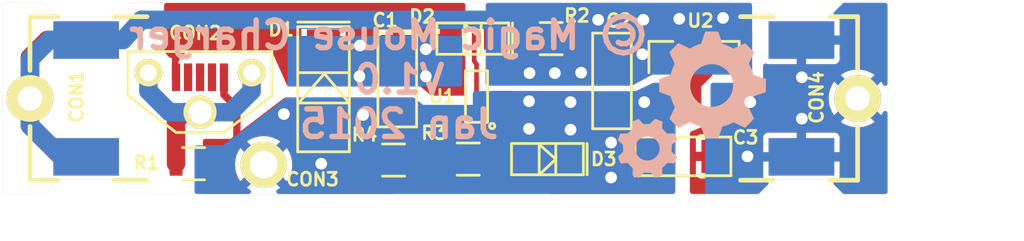
<source format=kicad_pcb>
(kicad_pcb (version 20221018) (generator pcbnew)
  (title_block (title "Magic mouse charger board") (date "Feb. 1st., 2015") (rev "0.1") (company "NIghtmechanic") (comment 1 "All rights reserved"))
  (layers (0 "F.Cu" signal) (31 "B.Cu" signal) (34 "B.Paste" user) (35 "F.Paste" user) (36 "B.SilkS" user "B.Silkscreen") (37 "F.SilkS" user "F.Silkscreen") (38 "B.Mask" user) (39 "F.Mask" user) (44 "Edge.Cuts" user))
  (net 0 "")
  (net 1 "GND")
  (net 2 "Net-(CON2-Pad3)")
  (net 3 "Net-(CON2-Pad4)")
  (net 4 "Net-(CON2-Pad2)")
  (net 5 "Net-(CON2-PadS_1)")
  (net 6 "Net-(D2-Pad2)")
  (net 7 "Net-(D3-Pad1)")
  (net 8 "Net-(R2-Pad2)")
  (net 9 "Net-(R4-Pad1)")
  (net 10 "/V_bus")
  (net 11 "/V_batt")
  (net 12 "/V_3V0")
  (footprint "Nightmechanic_PCB:mm_3216" (layer "F.Cu") (at 118.4 98.95 -90)
    (fp_text reference "C1" (at -3.2 0.65) (layer "F.SilkS") (effects (font (size 0.7 0.7))))
    (fp_text value "10uF 35V" hide)
    (fp_line (start -2.6 -1.05) (end -2.6 1.05) (stroke (width 0.15)) (layer "F.SilkS"))
    (fp_line (start -2.6 1.05) (end 2.6 1.05) (stroke (width 0.15)) (layer "F.SilkS"))
    (fp_line (start 2.6 -1.05) (end -2.6 -1.05) (stroke (width 0.15)) (layer "F.SilkS"))
    (fp_line (start 2.6 1.05) (end 2.6 -1.05) (stroke (width 0.15)) (layer "F.SilkS"))
    (pad "1" smd rect (at -1.7 0 270) (size 1.4 1.8) (layers "F.Cu" "F.Paste" "F.Mask") (net 10 "/V_bus"))
    (pad "2" smd rect (at 1.7 0 270) (size 1.4 1.8) (layers "F.Cu" "F.Paste" "F.Mask") (net 1 "GND"))
  )
  (footprint "Nightmechanic_PCB:mm_3216" (layer "F.Cu") (at 130.05 99.05 -90)
    (fp_text reference "C2" (at -3.275 -0.375) (layer "F.SilkS") (effects (font (size 0.7 0.7))))
    (fp_text value "10uF 35V" hide)
    (fp_line (start -2.6 -1.05) (end -2.6 1.05) (stroke (width 0.15)) (layer "F.SilkS"))
    (fp_line (start -2.6 1.05) (end 2.6 1.05) (stroke (width 0.15)) (layer "F.SilkS"))
    (fp_line (start 2.6 -1.05) (end -2.6 -1.05) (stroke (width 0.15)) (layer "F.SilkS"))
    (fp_line (start 2.6 1.05) (end 2.6 -1.05) (stroke (width 0.15)) (layer "F.SilkS"))
    (pad "1" smd rect (at -1.7 0 270) (size 1.4 1.8) (layers "F.Cu" "F.Paste" "F.Mask") (net 11 "/V_batt"))
    (pad "2" smd rect (at 1.7 0 270) (size 1.4 1.8) (layers "F.Cu" "F.Paste" "F.Mask") (net 1 "GND"))
  )
  (footprint "Nightmechanic_PCB:mm_3216" (layer "F.Cu") (at 133.9 103.15 180)
    (fp_text reference "C3" (at -3.4 1.025 180) (layer "F.SilkS") (effects (font (size 0.7 0.7))))
    (fp_text value "10uF 35V" hide)
    (fp_line (start -2.6 -1.05) (end -2.6 1.05) (stroke (width 0.15)) (layer "F.SilkS"))
    (fp_line (start -2.6 1.05) (end 2.6 1.05) (stroke (width 0.15)) (layer "F.SilkS"))
    (fp_line (start 2.6 -1.05) (end -2.6 -1.05) (stroke (width 0.15)) (layer "F.SilkS"))
    (fp_line (start 2.6 1.05) (end 2.6 -1.05) (stroke (width 0.15)) (layer "F.SilkS"))
    (pad "1" smd rect (at -1.7 0 180) (size 1.4 1.8) (layers "F.Cu" "F.Paste" "F.Mask") (net 12 "/V_3V0"))
    (pad "2" smd rect (at 1.7 0 180) (size 1.4 1.8) (layers "F.Cu" "F.Paste" "F.Mask") (net 1 "GND"))
  )
  (footprint "Nightmechanic_PCB:Keystone_597_narrow" (layer "F.Cu") (at 100 100 180)
    (fp_text reference "CON1" (at -1 0.1 270) (layer "F.SilkS") (effects (font (size 0.7 0.7))))
    (fp_text value "AAA_Bat_PC_con" hide)
    (fp_line (start -4.826 -4.445) (end -3.048 -4.445) (stroke (width 0.254)) (layer "F.SilkS"))
    (fp_line (start -3.048 4.445) (end -4.826 4.445) (stroke (width 0.254)) (layer "F.SilkS"))
    (fp_line (start 0 -4.445) (end 1.524 -4.445) (stroke (width 0.254)) (layer "F.SilkS"))
    (fp_line (start 1.524 -4.445) (end 1.524 -1.524) (stroke (width 0.254)) (layer "F.SilkS"))
    (fp_line (start 1.524 1.524) (end 1.524 4.445) (stroke (width 0.254)) (layer "F.SilkS"))
    (fp_line (start 1.524 4.445) (end 0 4.445) (stroke (width 0.254)) (layer "F.SilkS"))
    (pad "1" smd rect (at -1.524 -3.175 180) (size 3.556 2.032) (layers "*.Cu" "*.Mask") (net 11 "/V_batt"))
    (pad "2" thru_hole circle (at 1.524 0 180) (size 2.54 2.54) (drill 1.3208) (layers "*.Cu" "*.Mask" "F.SilkS") (net 11 "/V_batt"))
    (pad "3" smd rect (at -1.524 3.175 180) (size 3.556 2.032) (layers "*.Cu" "*.Mask") (net 11 "/V_batt"))
  )
  (footprint "Nightmechanic_PCB:Molex_105122_0011_no_slots" (layer "F.Cu") (at 107.7 98.85)
    (fp_text reference "CON2" (at -0.25 -2.4) (layer "F.SilkS") (effects (font (size 0.7 0.7))))
    (fp_text value "Molex_105133-0011" hide)
    (fp_line (start -3.9 -1.4) (end 3.9 -1.4) (stroke (width 0.15)) (layer "F.SilkS"))
    (fp_line (start -3.9 1) (end -3.9 -1.4) (stroke (width 0.15)) (layer "F.SilkS"))
    (fp_line (start -1.3 3) (end -3.9 1) (stroke (width 0.15)) (layer "F.SilkS"))
    (fp_line (start 1.3 3) (end -1.3 3) (stroke (width 0.15)) (layer "F.SilkS"))
    (fp_line (start 3.9 -1.4) (end 3.9 1) (stroke (width 0.15)) (layer "F.SilkS"))
    (fp_line (start 3.9 1) (end 1.3 3) (stroke (width 0.15)) (layer "F.SilkS"))
    (pad "1" smd rect (at -1.3 0) (size 0.45 1.5) (layers "F.Cu" "F.Paste" "F.Mask") (net 10 "/V_bus"))
    (pad "2" smd rect (at -0.65 0) (size 0.45 1.5) (layers "F.Cu" "F.Paste" "F.Mask") (net 4 "Net-(CON2-Pad2)"))
    (pad "3" smd rect (at 0 0) (size 0.45 1.5) (layers "F.Cu" "F.Paste" "F.Mask") (net 2 "Net-(CON2-Pad3)"))
    (pad "4" smd rect (at 0.65 0) (size 0.45 1.5) (layers "F.Cu" "F.Paste" "F.Mask") (net 3 "Net-(CON2-Pad4)"))
    (pad "5" smd rect (at 1.3 0) (size 0.45 1.5) (layers "F.Cu" "F.Paste" "F.Mask") (net 1 "GND"))
    (pad "S_1" thru_hole circle (at -2.8 -0.25) (size 1.5 1.5) (drill 0.9) (layers "*.Cu" "*.Mask" "F.SilkS") (net 5 "Net-(CON2-PadS_1)"))
    (pad "S_2" thru_hole circle (at 2.8 -0.25) (size 1.5 1.5) (drill 0.9) (layers "*.Cu" "*.Mask" "F.SilkS") (net 5 "Net-(CON2-PadS_1)"))
    (pad "S_3" thru_hole circle (at 0 1.9) (size 1.8 1.8) (drill 1.25) (layers "*.Cu" "*.Mask" "F.SilkS") (net 5 "Net-(CON2-PadS_1)"))
  )
  (footprint "Nightmechanic_PCB:1.5mm_PTH" (layer "F.Cu") (at 111.15 103.6)
    (fp_text reference "CON3" (at 2.65 0.8) (layer "F.SilkS") (effects (font (size 0.7 0.7))))
    (fp_text value "1.5mm_PTH" hide)
    (pad "1" thru_hole circle (at 0 0) (size 2.5 2.5) (drill 1.5) (layers "*.Cu" "*.Mask" "F.SilkS") (net 1 "GND"))
  )
  (footprint "Nightmechanic_PCB:Keystone_597_narrow" (layer "F.Cu") (at 141.85 100)
    (fp_text reference "CON4" (at -0.7 -0.05 90) (layer "F.SilkS") (effects (font (size 0.7 0.7))))
    (fp_text value "AAA_Bat_PC_con" hide)
    (fp_line (start -4.826 -4.445) (end -3.048 -4.445) (stroke (width 0.254)) (layer "F.SilkS"))
    (fp_line (start -3.048 4.445) (end -4.826 4.445) (stroke (width 0.254)) (layer "F.SilkS"))
    (fp_line (start 0 -4.445) (end 1.524 -4.445) (stroke (width 0.254)) (layer "F.SilkS"))
    (fp_line (start 1.524 -4.445) (end 1.524 -1.524) (stroke (width 0.254)) (layer "F.SilkS"))
    (fp_line (start 1.524 1.524) (end 1.524 4.445) (stroke (width 0.254)) (layer "F.SilkS"))
    (fp_line (start 1.524 4.445) (end 0 4.445) (stroke (width 0.254)) (layer "F.SilkS"))
    (pad "1" smd rect (at -1.524 -3.175) (size 3.556 2.032) (layers "*.Cu" "*.Mask") (net 12 "/V_3V0"))
    (pad "2" thru_hole circle (at 1.524 0) (size 2.54 2.54) (drill 1.3208) (layers "*.Cu" "*.Mask" "F.SilkS") (net 12 "/V_3V0"))
    (pad "3" smd rect (at -1.524 3.175) (size 3.556 2.032) (layers "*.Cu" "*.Mask") (net 12 "/V_3V0"))
  )
  (footprint "Nightmechanic_PCB:DO-214AC" (layer "F.Cu") (at 114.4 99.5 -90)
    (fp_text reference "D1" (at -3.25 2.3) (layer "F.SilkS") (effects (font (size 0.7 0.7))))
    (fp_text value "P4SMA6.8A (TVS UNI)" hide)
    (fp_line (start -3.65 -1.4) (end -3.65 1.4) (stroke (width 0.15)) (layer "F.SilkS"))
    (fp_line (start -3.4 -1.4) (end -3.4 1.4) (stroke (width 0.15)) (layer "F.SilkS"))
    (fp_line (start -3.4 1.4) (end 3.4 1.4) (stroke (width 0.15)) (layer "F.SilkS"))
    (fp_line (start -0.9 -1.4) (end -0.9 1.4) (stroke (width 0.15)) (layer "F.SilkS"))
    (fp_line (start -0.9 0) (end 0.75 -1.4) (stroke (width 0.15)) (layer "F.SilkS"))
    (fp_line (start 0.75 -1.4) (end 0.75 1.35) (stroke (width 0.15)) (layer "F.SilkS"))
    (fp_line (start 0.75 1.35) (end -0.85 -0.05) (stroke (width 0.15)) (layer "F.SilkS"))
    (fp_line (start 3.4 -1.4) (end -3.4 -1.4) (stroke (width 0.15)) (layer "F.SilkS"))
    (fp_line (start 3.4 1.4) (end 3.4 -1.4) (stroke (width 0.15)) (layer "F.SilkS"))
    (pad "1" smd rect (at 2.2 0 270) (size 2.1 1.8) (layers "F.Cu" "F.Paste" "F.Mask") (net 1 "GND"))
    (pad "2" smd rect (at -2.2 0 270) (size 2.1 1.8) (layers "F.Cu" "F.Paste" "F.Mask") (net 10 "/V_bus"))
  )
  (footprint "Nightmechanic_PCB:SMD_MiniLED" (layer "F.Cu") (at 122.5 96.75)
    (fp_text reference "D2" (at -2.75 -1.2) (layer "F.SilkS") (effects (font (size 0.7 0.7))))
    (fp_text value "Amber LED" hide)
    (fp_line (start -1.95 -0.85) (end -1.95 0.85) (stroke (width 0.15)) (layer "F.SilkS"))
    (fp_line (start -1.95 0.85) (end 1.95 0.85) (stroke (width 0.15)) (layer "F.SilkS"))
    (fp_line (start -0.45 -0.85) (end -0.45 0.85) (stroke (width 0.15)) (layer "F.SilkS"))
    (fp_line (start -0.45 0.85) (end 0.45 0) (stroke (width 0.15)) (layer "F.SilkS"))
    (fp_line (start 0.45 -0.85) (end 0.45 0.85) (stroke (width 0.15)) (layer "F.SilkS"))
    (fp_line (start 0.45 0) (end -0.45 -0.8) (stroke (width 0.15)) (layer "F.SilkS"))
    (fp_line (start 1.95 -0.85) (end -1.95 -0.85) (stroke (width 0.15)) (layer "F.SilkS"))
    (fp_line (start 1.95 0.85) (end 1.95 -0.85) (stroke (width 0.15)) (layer "F.SilkS"))
    (fp_line (start 2.15 -0.85) (end 2.15 0.85) (stroke (width 0.15)) (layer "F.SilkS"))
    (pad "1" smd rect (at -1.2 0) (size 1.2 1.2) (layers "F.Cu" "F.Paste" "F.Mask") (net 10 "/V_bus"))
    (pad "2" smd rect (at 1.2 0) (size 1.2 1.2) (layers "F.Cu" "F.Paste" "F.Mask") (net 6 "Net-(D2-Pad2)"))
  )
  (footprint "Nightmechanic_PCB:SMD_MiniLED" (layer "F.Cu") (at 126.55 103.3)
    (fp_text reference "D3" (at 3.05 0) (layer "F.SilkS") (effects (font (size 0.7 0.7))))
    (fp_text value "Green LED" hide)
    (fp_line (start -1.95 -0.85) (end -1.95 0.85) (stroke (width 0.15)) (layer "F.SilkS"))
    (fp_line (start -1.95 0.85) (end 1.95 0.85) (stroke (width 0.15)) (layer "F.SilkS"))
    (fp_line (start -0.45 -0.85) (end -0.45 0.85) (stroke (width 0.15)) (layer "F.SilkS"))
    (fp_line (start -0.45 0.85) (end 0.45 0) (stroke (width 0.15)) (layer "F.SilkS"))
    (fp_line (start 0.45 -0.85) (end 0.45 0.85) (stroke (width 0.15)) (layer "F.SilkS"))
    (fp_line (start 0.45 0) (end -0.45 -0.8) (stroke (width 0.15)) (layer "F.SilkS"))
    (fp_line (start 1.95 -0.85) (end -1.95 -0.85) (stroke (width 0.15)) (layer "F.SilkS"))
    (fp_line (start 1.95 0.85) (end 1.95 -0.85) (stroke (width 0.15)) (layer "F.SilkS"))
    (fp_line (start 2.15 -0.85) (end 2.15 0.85) (stroke (width 0.15)) (layer "F.SilkS"))
    (pad "1" smd rect (at -1.2 0) (size 1.2 1.2) (layers "F.Cu" "F.Paste" "F.Mask") (net 7 "Net-(D3-Pad1)"))
    (pad "2" smd rect (at 1.2 0) (size 1.2 1.2) (layers "F.Cu" "F.Paste" "F.Mask") (net 1 "GND"))
  )
  (footprint "Resistors_SMD:R_0805" (layer "F.Cu") (at 107.35 103.55 180)
    (fp_text reference "R1" (at 2.55 0.05 180) (layer "F.SilkS") (effects (font (size 0.7 0.7))))
    (fp_text value "ZEROHM" hide)
    (fp_line (start -0.6 -0.875) (end 0.6 -0.875) (stroke (width 0.15)) (layer "F.SilkS"))
    (fp_line (start 0.6 0.875) (end -0.6 0.875) (stroke (width 0.15)) (layer "F.SilkS"))
    (pad "1" smd rect (at -0.95 0 180) (size 0.7 1.3) (layers "F.Cu" "F.Paste" "F.Mask") (net 1 "GND"))
    (pad "2" smd rect (at 0.95 0 180) (size 0.7 1.3) (layers "F.Cu" "F.Paste" "F.Mask") (net 5 "Net-(CON2-PadS_1)"))
  )
  (footprint "Resistors_SMD:R_0805" (layer "F.Cu") (at 126.75 96.75)
    (fp_text reference "R2" (at 1.4 -1.25) (layer "F.SilkS") (effects (font (size 0.7 0.7))))
    (fp_text value "1.3k" hide)
    (fp_line (start -0.6 -0.875) (end 0.6 -0.875) (stroke (width 0.15)) (layer "F.SilkS"))
    (fp_line (start 0.6 0.875) (end -0.6 0.875) (stroke (width 0.15)) (layer "F.SilkS"))
    (pad "1" smd rect (at -0.95 0) (size 0.7 1.3) (layers "F.Cu" "F.Paste" "F.Mask") (net 6 "Net-(D2-Pad2)"))
    (pad "2" smd rect (at 0.95 0) (size 0.7 1.3) (layers "F.Cu" "F.Paste" "F.Mask") (net 8 "Net-(R2-Pad2)"))
  )
  (footprint "Resistors_SMD:R_0805" (layer "F.Cu") (at 122.25 103.3)
    (fp_text reference "R3" (at -1.85 -1.425) (layer "F.SilkS") (effects (font (size 0.7 0.7))))
    (fp_text value "1.3k" hide)
    (fp_line (start -0.6 -0.875) (end 0.6 -0.875) (stroke (width 0.15)) (layer "F.SilkS"))
    (fp_line (start 0.6 0.875) (end -0.6 0.875) (stroke (width 0.15)) (layer "F.SilkS"))
    (pad "1" smd rect (at -0.95 0) (size 0.7 1.3) (layers "F.Cu" "F.Paste" "F.Mask") (net 8 "Net-(R2-Pad2)"))
    (pad "2" smd rect (at 0.95 0) (size 0.7 1.3) (layers "F.Cu" "F.Paste" "F.Mask") (net 7 "Net-(D3-Pad1)"))
  )
  (footprint "Resistors_SMD:R_0805" (layer "F.Cu") (at 118.2 103.35 180)
    (fp_text reference "R4" (at 1.575 1.375 180) (layer "F.SilkS") (effects (font (size 0.7 0.7))))
    (fp_text value "4.99k" hide)
    (fp_line (start -0.6 -0.875) (end 0.6 -0.875) (stroke (width 0.15)) (layer "F.SilkS"))
    (fp_line (start 0.6 0.875) (end -0.6 0.875) (stroke (width 0.15)) (layer "F.SilkS"))
    (pad "1" smd rect (at -0.95 0 180) (size 0.7 1.3) (layers "F.Cu" "F.Paste" "F.Mask") (net 9 "Net-(R4-Pad1)"))
    (pad "2" smd rect (at 0.95 0 180) (size 0.7 1.3) (layers "F.Cu" "F.Paste" "F.Mask") (net 1 "GND"))
  )
  (footprint "MCP_SOT-23-5" (layer "F.Cu") (at 122.7 99.9 90)
    (fp_text reference "U1" (at 0 -1.85 180) (layer "F.SilkS") (effects (font (size 0.7 0.7))))
    (fp_text value "MCP73831-2ACI/OT" hide)
    (fp_line (start -1.4 -0.6) (end -1.4 0.6) (stroke (width 0.15)) (layer "F.SilkS"))
    (fp_line (start -1.4 0.6) (end 1.4 0.6) (stroke (width 0.15)) (layer "F.SilkS"))
    (fp_line (start 1.4 -0.6) (end -1.4 -0.6) (stroke (width 0.15)) (layer "F.SilkS"))
    (fp_line (start 1.4 0.6) (end 1.4 -0.6) (stroke (width 0.15)) (layer "F.SilkS"))
    (fp_circle (center -1.6 0.85) (end -1.5 0.75) (stroke (width 0.15)) (fill none) (layer "F.SilkS"))
    (pad "1" smd rect (at -0.95 1.4 90) (size 0.6 1.1) (layers "F.Cu" "F.Paste" "F.Mask") (net 8 "Net-(R2-Pad2)"))
    (pad "2" smd rect (at 0 1.4 90) (size 0.6 1.1) (layers "F.Cu" "F.Paste" "F.Mask") (net 1 "GND"))
    (pad "3" smd rect (at 0.95 1.4 90) (size 0.6 1.1) (layers "F.Cu" "F.Paste" "F.Mask") (net 11 "/V_batt"))
    (pad "4" smd rect (at 0.95 -1.4 90) (size 0.6 1.1) (layers "F.Cu" "F.Paste" "F.Mask") (net 10 "/V_bus"))
    (pad "5" smd rect (at -0.95 -1.4 90) (size 0.6 1.1) (layers "F.Cu" "F.Paste" "F.Mask") (net 9 "Net-(R4-Pad1)"))
  )
  (footprint "MCP_SOT-89" (layer "F.Cu") (at 134.5 98.2)
    (fp_text reference "U2" (at 0.35 -2.425) (layer "F.SilkS") (effects (font (size 0.7 0.7))))
    (fp_text value "MCP1700-3002E/MB" hide)
    (fp_line (start -2.45 -1.3) (end -2.45 0.4) (stroke (width 0.15)) (layer "F.SilkS"))
    (fp_line (start -1.15 -1.3) (end -2.45 -1.3) (stroke (width 0.15)) (layer "F.SilkS"))
    (fp_line (start 1.15 -1.3) (end 2.45 -1.3) (stroke (width 0.15)) (layer "F.SilkS"))
    (fp_line (start 2.45 -1.3) (end 2.45 0.4) (stroke (width 0.15)) (layer "F.SilkS"))
    (pad "1" smd rect (at -1.5 2) (size 0.6 1.7) (layers "F.Cu" "F.Paste" "F.Mask") (net 1 "GND"))
    (pad "2" smd rect (at 0 -0.6) (size 2 2.3) (layers "F.Cu" "F.Paste" "F.Mask") (net 11 "/V_batt"))
    (pad "2" smd trapezoid (at 0 0.85 180) (size 1.4 0.6) (rect_delta 0 0.6) (layers "F.Cu" "F.Paste" "F.Mask") (net 11 "/V_batt"))
    (pad "2" smd rect (at 0 2) (size 0.8 1.7) (layers "F.Cu" "F.Paste" "F.Mask") (net 11 "/V_batt"))
    (pad "3" smd rect (at 1.5 2) (size 0.6 1.7) (layers "F.Cu" "F.Paste" "F.Mask") (net 12 "/V_3V0"))
  )
  (footprint "Logos:Gears_F.SilkS_10mm_flipped" (layer "B.Cu") (at 134.4 100.35)
    (fp_text reference "VAL" hide)
    (fp_text value "REF" hide)
    (fp_poly (pts (xy -4.04114 1.91516) (xy -3.96494 1.73482) (xy -3.89128 1.55702) (xy -3.6957 1.5621) (xy -3.50012 1.56464) (xy -3.36804 1.43256) (xy -3.23596 1.29794) (xy -3.24104 1.13284) (xy -3.24358 1.0541) (xy -3.24612 0.98552) (xy -3.2512 0.94488) (xy -3.25374 0.93726) (xy -3.24866 0.92202) (xy -3.2258 0.90424) (xy -3.18262 0.87884) (xy -3.1115 0.84836) (xy -3.09372 0.84074) (xy -3.09372 2.34696) (xy -3.08102 2.4892) (xy -3.03784 2.6289) (xy -2.96164 2.75844) (xy -2.87782 2.85242) (xy -2.75844 2.94132) (xy -2.63652 2.9972) (xy -2.49936 3.0226) (xy -2.39268 3.0226) (xy -2.25298 3.00482) (xy -2.1336 2.96164) (xy -2.02692 2.89052) (xy -1.93548 2.80162) (xy -1.84404 2.67716) (xy -1.78816 2.54762) (xy -1.7653 2.413) (xy -1.77038 2.28092) (xy -1.80086 2.15392) (xy -1.85674 2.03708) (xy -1.93548 1.9304) (xy -2.032 1.83896) (xy -2.14376 1.76784) (xy -2.26822 1.72212) (xy -2.40284 1.7018) (xy -2.54508 1.7145) (xy -2.6924 1.76022) (xy -2.70764 1.7653) (xy -2.83972 1.84658) (xy -2.9464 1.95072) (xy -3.02514 2.07264) (xy -3.0734 2.20726) (xy -3.09372 2.34696) (xy -3.09372 0.84074) (xy -3.0099 0.80518) (xy -2.91846 0.76708) (xy -2.8956 0.77978) (xy -2.8575 0.8128) (xy -2.8067 0.86614) (xy -2.77622 0.90424) (xy -2.6543 1.04902) (xy -2.47904 1.04648) (xy -2.30632 1.04394) (xy -2.16408 0.90424) (xy -2.10058 0.84328) (xy -2.04978 0.79756) (xy -2.01422 0.76962) (xy -2.00152 0.76454) (xy -1.97612 0.77216) (xy -1.92278 0.78994) (xy -1.85166 0.81534) (xy -1.80086 0.83566) (xy -1.61798 0.90424) (xy -1.62306 1.09982) (xy -1.62814 1.29286) (xy -1.49352 1.43002) (xy -1.35636 1.56718) (xy -1.16078 1.55956) (xy -0.9652 1.55194) (xy -0.889 1.73482) (xy -0.81534 1.9177) (xy -0.9271 2.01676) (xy -0.98806 2.0701) (xy -1.03886 2.11582) (xy -1.07442 2.14376) (xy -1.07696 2.14376) (xy -1.09474 2.16154) (xy -1.1049 2.19202) (xy -1.10998 2.24028) (xy -1.11252 2.31394) (xy -1.11506 2.35966) (xy -1.11506 2.54762) (xy -0.96774 2.68478) (xy -0.81788 2.82194) (xy -0.89408 2.9972) (xy -0.97028 3.175) (xy -1.16078 3.16738) (xy -1.35128 3.1623) (xy -1.49098 3.302) (xy -1.63068 3.4417) (xy -1.63068 3.63982) (xy -1.63068 3.8354) (xy -1.80594 3.90398) (xy -1.97866 3.97256) (xy -2.1082 3.83286) (xy -2.23774 3.69316) (xy -2.42824 3.69062) (xy -2.61874 3.68554) (xy -2.74066 3.82524) (xy -2.79654 3.88366) (xy -2.8448 3.93192) (xy -2.88036 3.95986) (xy -2.89052 3.9624) (xy -2.921 3.95478) (xy -2.97688 3.937) (xy -3.048 3.90906) (xy -3.07594 3.89636) (xy -3.23342 3.83032) (xy -3.22834 3.63728) (xy -3.22326 3.4417) (xy -3.3655 3.302) (xy -3.5052 3.15976) (xy -3.69316 3.17246) (xy -3.88112 3.18516) (xy -3.95224 3.01752) (xy -3.98272 2.94132) (xy -4.00812 2.87782) (xy -4.02082 2.83464) (xy -4.02336 2.82448) (xy -4.01066 2.80416) (xy -3.97256 2.76098) (xy -3.91922 2.71018) (xy -3.8862 2.6797) (xy -3.74904 2.55524) (xy -3.74904 2.36728) (xy -3.74904 2.17678) (xy -3.89636 2.0447) (xy -4.04114 1.91516)) (stroke (width 0.00254)) (fill solid) (layer "B.SilkS"))
    (fp_poly (pts (xy -1.79832 -1.40208) (xy -1.4859 -1.51638) (xy -1.17094 -1.63068) (xy -1.143 -1.73736) (xy -1.12776 -1.78562) (xy -1.10998 -1.83896) (xy -1.08712 -1.90246) (xy -1.05664 -1.98374) (xy -1.01346 -2.08788) (xy -0.97028 -2.19202) (xy -0.9652 -2.21488) (xy -0.9652 -2.24028) (xy -0.97536 -2.27838) (xy -0.99314 -2.33172) (xy -1.0287 -2.40792) (xy -1.07696 -2.51206) (xy -1.08966 -2.54254) (xy -1.13792 -2.6416) (xy -1.17602 -2.7305) (xy -1.2065 -2.80162) (xy -1.22682 -2.84734) (xy -1.22936 -2.86258) (xy -1.21666 -2.88036) (xy -1.1811 -2.92354) (xy -1.12522 -2.98196) (xy -1.0541 -3.05562) (xy -0.9906 -3.11912) (xy -0.75184 -3.35534) (xy -0.44196 -3.20802) (xy -0.13208 -3.06324) (xy -0.10668 -3.07594) (xy -0.10668 -1.04394) (xy -0.09144 -0.86614) (xy -0.0381 -0.66294) (xy 0.04572 -0.48006) (xy 0.15494 -0.32004) (xy 0.28448 -0.18288) (xy 0.43434 -0.06858) (xy 0.5969 0.01524) (xy 0.77216 0.0762) (xy 0.95504 0.10668) (xy 1.14046 0.10922) (xy 1.32588 0.07874) (xy 1.50876 0.01778) (xy 1.68148 -0.0762) (xy 1.84658 -0.2032) (xy 1.87706 -0.23368) (xy 2.01168 -0.3937) (xy 2.11328 -0.56896) (xy 2.18186 -0.75184) (xy 2.21488 -0.94234) (xy 2.21996 -1.13284) (xy 2.19202 -1.3208) (xy 2.13106 -1.50114) (xy 2.04216 -1.67132) (xy 1.92532 -1.82626) (xy 1.778 -1.96342) (xy 1.60274 -2.07772) (xy 1.5494 -2.10566) (xy 1.35128 -2.17678) (xy 1.15062 -2.21234) (xy 0.94234 -2.20726) (xy 0.72898 -2.16408) (xy 0.70104 -2.15646) (xy 0.51562 -2.07772) (xy 0.34798 -1.9685) (xy 0.19812 -1.8288) (xy 0.07366 -1.66878) (xy -0.02032 -1.48844) (xy -0.04064 -1.43256) (xy -0.09144 -1.23698) (xy -0.10668 -1.04394) (xy -0.10668 -3.07594) (xy 0.04572 -3.15214) (xy 0.1397 -3.19532) (xy 0.23622 -3.2385) (xy 0.32258 -3.27152) (xy 0.35052 -3.28168) (xy 0.47752 -3.32232) (xy 0.59436 -3.65252) (xy 0.70866 -3.98526) (xy 1.05664 -3.98526) (xy 1.19126 -3.98272) (xy 1.29032 -3.98018) (xy 1.3589 -3.97764) (xy 1.39954 -3.97002) (xy 1.41478 -3.9624) (xy 1.41732 -3.95986) (xy 1.42494 -3.93446) (xy 1.44526 -3.87858) (xy 1.4732 -3.79984) (xy 1.50622 -3.70332) (xy 1.53162 -3.6322) (xy 1.63576 -3.32994) (xy 1.73228 -3.29438) (xy 1.78816 -3.27152) (xy 1.8669 -3.2385) (xy 1.96088 -3.19532) (xy 2.03708 -3.15976) (xy 2.24536 -3.05816) (xy 2.46634 -3.1623) (xy 2.56032 -3.20802) (xy 2.6543 -3.24866) (xy 2.7305 -3.28422) (xy 2.77876 -3.30708) (xy 2.87274 -3.34772) (xy 3.11658 -3.10388) (xy 3.36296 -2.86004) (xy 3.21564 -2.55016) (xy 3.07086 -2.24536) (xy 3.1623 -2.06502) (xy 3.20802 -1.97104) (xy 3.24866 -1.87452) (xy 3.28422 -1.78816) (xy 3.29438 -1.75768) (xy 3.33756 -1.63068) (xy 3.6703 -1.51638) (xy 4.00558 -1.39954) (xy 4.0005 -1.04902) (xy 3.99542 -0.6985) (xy 3.91668 -0.67056) (xy 3.75158 -0.61468) (xy 3.62204 -0.5715) (xy 3.52044 -0.53594) (xy 3.44424 -0.50546) (xy 3.3909 -0.4826) (xy 3.35534 -0.46228) (xy 3.33248 -0.4445) (xy 3.31978 -0.42672) (xy 3.3147 -0.40894) (xy 3.31216 -0.40132) (xy 3.29946 -0.36068) (xy 3.27152 -0.2921) (xy 3.23342 -0.20828) (xy 3.19024 -0.1143) (xy 3.18262 -0.09906) (xy 3.06324 0.13716) (xy 3.21056 0.4445) (xy 3.35788 0.75184) (xy 3.1115 0.99822) (xy 2.86766 1.2446) (xy 2.56286 1.10236) (xy 2.4638 1.0541) (xy 2.3749 1.01346) (xy 2.30378 0.98044) (xy 2.25806 0.96266) (xy 2.24282 0.95758) (xy 2.21742 0.9652) (xy 2.16662 0.98552) (xy 2.10058 1.016) (xy 2.0828 1.02362) (xy 1.98882 1.06426) (xy 1.88214 1.10744) (xy 1.79324 1.13538) (xy 1.64084 1.1811) (xy 1.55956 1.40716) (xy 1.524 1.50368) (xy 1.49098 1.59512) (xy 1.46304 1.67386) (xy 1.44526 1.71958) (xy 1.4097 1.80594) (xy 1.05918 1.81356) (xy 0.70612 1.81864) (xy 0.65278 1.66624) (xy 0.61722 1.56972) (xy 0.57912 1.4605) (xy 0.54102 1.3589) (xy 0.53848 1.35128) (xy 0.47752 1.18872) (xy 0.31242 1.13538) (xy 0.21336 1.09982) (xy 0.10922 1.06172) (xy 0.01778 1.02362) (xy 0.00762 1.01854) (xy -0.12954 0.95504) (xy -0.43942 1.10236) (xy -0.7493 1.25222) (xy -0.9906 1.01092) (xy -1.06934 0.93218) (xy -1.13538 0.8636) (xy -1.18872 0.80772) (xy -1.22174 0.76962) (xy -1.22936 0.75692) (xy -1.22174 0.73406) (xy -1.19888 0.68326) (xy -1.16586 0.60706) (xy -1.12268 0.51562) (xy -1.08458 0.43434) (xy -0.93726 0.13208) (xy -1.00076 0.00254) (xy -1.03632 -0.07874) (xy -1.07696 -0.1778) (xy -1.11506 -0.2794) (xy -1.12268 -0.29972) (xy -1.1811 -0.47498) (xy -1.48336 -0.5842) (xy -1.78816 -0.6985) (xy -1.79324 -1.04902) (xy -1.79832 -1.40208)) (stroke (width 0.00254)) (fill solid) (layer "B.SilkS"))
  )
  (gr_line (start 138.8 95.6) (end 141.8 95.6) (stroke (width 0.01)) (layer "Edge.Cuts"))
  (gr_line (start 145 105.2) (end 142.6 105.2) (stroke (width 0.01)) (layer "Edge.Cuts"))
  (gr_line (start 97 105.2) (end 99.2 105.2) (stroke (width 0.01)) (layer "Edge.Cuts"))
  (gr_line (start 100 95.6) (end 99.2 94.8) (stroke (width 0.01)) (layer "Edge.Cuts"))
  (gr_line (start 138.8 95.6) (end 138 94.8) (stroke (width 0.01)) (layer "Edge.Cuts"))
  (gr_line (start 145 94.8) (end 142.6 94.8) (stroke (width 0.01)) (layer "Edge.Cuts"))
  (gr_line (start 99.2 94.8) (end 97 94.8) (stroke (width 0.01)) (layer "Edge.Cuts"))
  (gr_line (start 97 94.8) (end 97 105.2) (stroke (width 0.01)) (layer "Edge.Cuts"))
  (gr_line (start 141.8 95.6) (end 142.6 94.8) (stroke (width 0.01)) (layer "Edge.Cuts"))
  (gr_line (start 138.8 104.4) (end 138 105.2) (stroke (width 0.01)) (layer "Edge.Cuts"))
  (gr_line (start 141.8 104.4) (end 142.6 105.2) (stroke (width 0.01)) (layer "Edge.Cuts"))
  (gr_line (start 103.8 105.2) (end 138 105.2) (stroke (width 0.01)) (layer "Edge.Cuts"))
  (gr_line (start 138.8 104.4) (end 141.8 104.4) (stroke (width 0.01)) (layer "Edge.Cuts"))
  (gr_line (start 100 104.4) (end 99.2 105.2) (stroke (width 0.01)) (layer "Edge.Cuts"))
  (gr_line (start 103.05 95.6) (end 103.85 94.8) (stroke (width 0.01)) (layer "Edge.Cuts"))
  (gr_line (start 138 94.8) (end 103.85 94.8) (stroke (width 0.01)) (layer "Edge.Cuts"))
  (gr_line (start 145 94.8) (end 145 105.2) (stroke (width 0.01)) (layer "Edge.Cuts"))
  (gr_line (start 100 104.4) (end 103 104.4) (stroke (width 0.01)) (layer "Edge.Cuts"))
  (gr_line (start 103 104.4) (end 103.8 105.2) (stroke (width 0.01)) (layer "Edge.Cuts"))
  (gr_line (start 100 95.6) (end 103.05 95.6) (stroke (width 0.01)) (layer "Edge.Cuts"))
  (gr_text "© Magic Mouse Charger\nV1.0 \nJan 2015 " (at 117.925 98.975) (layer "B.SilkS") (effects (font (size 1.5 1.5) (thickness 0.3)) (justify mirror)))
  (segment (start 111.1 103.55) (end 111.15 103.6) (width 0.254) (layer "F.Cu") (net 1))
  (segment (start 109 99.8) (end 109.7 100.5) (width 0.4) (layer "F.Cu") (net 1))
  (segment (start 109.7 100.5) (end 109.7 102.15) (width 0.4) (layer "F.Cu") (net 1))
  (segment (start 109.7 102.15) (end 111.15 103.6) (width 0.4) (layer "F.Cu") (net 1))
  (segment (start 112.25 104.7) (end 113.25 104.7) (width 0.4) (layer "F.Cu") (net 1))
  (segment (start 113.25 104.7) (end 113.875 103.55) (width 0.4) (layer "F.Cu") (net 1))
  (segment (start 113.875 103.55) (end 114.275 103.55) (width 0.4) (layer "F.Cu") (net 1))
  (segment (start 111.2 103.6) (end 112.25 102.55) (width 0.4) (layer "F.Cu") (net 1))
  (segment (start 112.25 102.55) (end 112.25 100.85) (width 0.4) (layer "F.Cu") (net 1))
  (segment (start 125.3 99.9) (end 125.55 100.15) (width 0.4) (layer "F.Cu") (net 1))
  (segment (start 125.55 101.65) (end 125.6 101.7) (width 0.4) (layer "F.Cu") (net 1))
  (segment (start 125.6 101.7) (end 127.8 101.7) (width 0.4) (layer "F.Cu") (net 1))
  (segment (start 130 103.3) (end 130 102.4) (width 0.4) (layer "F.Cu") (net 1))
  (segment (start 127.75 103.3) (end 130 103.3) (width 0.4) (layer "F.Cu") (net 1))
  (segment (start 111.15 103.6) (end 111.2 103.6) (width 0.4) (layer "F.Cu") (net 1))
  (segment (start 124.1 99.9) (end 125.3 99.9) (width 0.4) (layer "F.Cu") (net 1))
  (segment (start 133 100.2) (end 131.8 100.2) (width 0.4) (layer "F.Cu") (net 1))
  (segment (start 111.15 103.6) (end 112.25 104.7) (width 0.4) (layer "F.Cu") (net 1))
  (segment (start 109 98.85) (end 109 99.8) (width 0.4) (layer "F.Cu") (net 1))
  (via (at 125.55 100.15) (size 0.889) (drill 0.635) (layers "F.Cu" "B.Cu") (net 1))
  (via (at 116.55 100.9) (size 0.889) (drill 0.635) (layers "F.Cu" "B.Cu") (net 1))
  (via (at 131.8 100.2) (size 0.889) (drill 0.635) (layers "F.Cu" "B.Cu") (net 1))
  (via (at 114.275 103.55) (size 0.889) (drill 0.635) (layers "F.Cu" "B.Cu") (net 1))
  (via (at 112.25 100.85) (size 0.889) (drill 0.635) (layers "F.Cu" "B.Cu") (net 1))
  (via (at 127.8 100.2) (size 0.889) (drill 0.635) (layers "F.Cu" "B.Cu") (net 1))
  (via (at 125.55 101.65) (size 0.889) (drill 0.635) (layers "F.Cu" "B.Cu") (net 1))
  (via (at 130 104.3) (size 0.889) (drill 0.635) (layers "F.Cu" "B.Cu") (net 1))
  (via (at 130 102.4) (size 0.889) (drill 0.635) (layers "F.Cu" "B.Cu") (net 1))
  (via (at 127.8 101.7) (size 0.889) (drill 0.635) (layers "F.Cu" "B.Cu") (net 1))
  (segment (start 114.275 103.55) (end 114.75 103.6) (width 0.4) (layer "B.Cu") (net 1))
  (segment (start 114.75 103.6) (end 115.75 103.6) (width 0.4) (layer "B.Cu") (net 1))
  (segment (start 115.75 103.6) (end 116.3 103.05) (width 0.4) (layer "B.Cu") (net 1))
  (segment (start 116.3 103.05) (end 116.3 101.15) (width 0.4) (layer "B.Cu") (net 1))
  (segment (start 116.3 101.15) (end 116.55 100.9) (width 0.4) (layer "B.Cu") (net 1))
  (segment (start 125.55 100.15) (end 125.55 101.65) (width 0.4) (layer "B.Cu") (net 1))
  (segment (start 127.8 101.7) (end 127.8 100.2) (width 0.4) (layer "B.Cu") (net 1))
  (segment (start 130 102.4) (end 130 104.3) (width 0.4) (layer "B.Cu") (net 1))
  (segment (start 131.8 100.2) (end 131.75 100.25) (width 0.4) (layer "B.Cu") (net 1))
  (segment (start 106.85 100.75) (end 106.4 101.2) (width 1) (layer "F.Cu") (net 5))
  (segment (start 106.4 101.2) (end 106.4 103.55) (width 1) (layer "F.Cu") (net 5))
  (segment (start 107.7 100.75) (end 106.85 100.75) (width 1) (layer "F.Cu") (net 5))
  (segment (start 104.9 99.6) (end 106.05 100.75) (width 1) (layer "B.Cu") (net 5))
  (segment (start 106.05 100.75) (end 107.7 100.75) (width 1) (layer "B.Cu") (net 5))
  (segment (start 110.5 99.6) (end 109.35 100.75) (width 1) (layer "B.Cu") (net 5))
  (segment (start 109.35 100.75) (end 107.7 100.75) (width 1) (layer "B.Cu") (net 5))
  (segment (start 110.5 98.6) (end 110.5 99.6) (width 1) (layer "B.Cu") (net 5))
  (segment (start 104.9 98.6) (end 104.9 99.6) (width 1) (layer "B.Cu") (net 5))
  (segment (start 123.7 96.75) (end 125.8 96.75) (width 0.254) (layer "F.Cu") (net 6))
  (segment (start 125.35 103.3) (end 123.2 103.3) (width 0.254) (layer "F.Cu") (net 7))
  (segment (start 121.3 102.55) (end 121.85 102) (width 0.254) (layer "F.Cu") (net 8))
  (segment (start 121.85 102) (end 122.25 102) (width 0.254) (layer "F.Cu") (net 8))
  (segment (start 122.25 102) (end 123.4 100.85) (width 0.254) (layer "F.Cu") (net 8))
  (segment (start 123.4 100.85) (end 124.1 100.85) (width 0.254) (layer "F.Cu") (net 8))
  (segment (start 122.95 100.85) (end 122.7 100.6) (width 0.254) (layer "F.Cu") (net 8))
  (segment (start 122.7 100.6) (end 122.7 98.15) (width 0.254) (layer "F.Cu") (net 8))
  (segment (start 122.7 98.15) (end 122.575 97.95) (width 0.254) (layer "F.Cu") (net 8))
  (segment (start 122.575 97.95) (end 122.575 95.95) (width 0.254) (layer "F.Cu") (net 8))
  (segment (start 122.575 95.95) (end 123 95.375) (width 0.254) (layer "F.Cu") (net 8))
  (segment (start 123 95.375) (end 127 95.375) (width 0.254) (layer "F.Cu") (net 8))
  (segment (start 127 95.375) (end 127.7 96.35) (width 0.254) (layer "F.Cu") (net 8))
  (segment (start 127.7 96.35) (end 127.7 96.75) (width 0.254) (layer "F.Cu") (net 8))
  (segment (start 124.1 100.85) (end 122.95 100.85) (width 0.254) (layer "F.Cu") (net 8))
  (segment (start 121.3 103.3) (end 121.3 102.55) (width 0.254) (layer "F.Cu") (net 8))
  (segment (start 120.6 100.85) (end 120.35 101.1) (width 0.254) (layer "F.Cu") (net 9))
  (segment (start 120.35 101.1) (end 120.05 101.4) (width 0.254) (layer "F.Cu") (net 9))
  (segment (start 120.05 101.4) (end 120.05 102.45) (width 0.254) (layer "F.Cu") (net 9))
  (segment (start 120.05 102.45) (end 119.15 103.35) (width 0.254) (layer "F.Cu") (net 9))
  (segment (start 121.3 100.85) (end 120.6 100.85) (width 0.254) (layer "F.Cu") (net 9))
  (segment (start 106.4 96.4) (end 107.075 95.725) (width 0.254) (layer "F.Cu") (net 10))
  (segment (start 107.075 95.725) (end 113.95 95.725) (width 0.254) (layer "F.Cu") (net 10))
  (segment (start 113.95 95.725) (end 114.4 96.175) (width 0.254) (layer "F.Cu") (net 10))
  (segment (start 114.4 96.175) (end 114.4 97.3) (width 0.254) (layer "F.Cu") (net 10))
  (segment (start 119.95 97.325) (end 119.975 97.325) (width 0.254) (layer "F.Cu") (net 10))
  (segment (start 116.2 97.3) (end 116.375 97.125) (width 0.254) (layer "F.Cu") (net 10))
  (segment (start 106.4 98.85) (end 106.4 96.4) (width 0.254) (layer "F.Cu") (net 10))
  (segment (start 114.4 97.3) (end 116.2 97.3) (width 0.254) (layer "F.Cu") (net 10))
  (segment (start 121.3 98.95) (end 119.95 98.8) (width 0.254) (layer "F.Cu") (net 10))
  (via (at 119.95 97.325) (size 0.889) (drill 0.635) (layers "F.Cu" "B.Cu") (net 10))
  (via (at 119.95 98.8) (size 0.889) (drill 0.635) (layers "F.Cu" "B.Cu") (net 10))
  (via (at 116.375 97.125) (size 0.889) (drill 0.635) (layers "F.Cu" "B.Cu") (net 10))
  (via (at 116.35 98.8) (size 0.889) (drill 0.635) (layers "F.Cu" "B.Cu") (net 10))
  (segment (start 119.95 98.8) (end 120 98.75) (width 0.254) (layer "B.Cu") (net 10))
  (segment (start 120 98.75) (end 119.95 97.325) (width 0.254) (layer "B.Cu") (net 10))
  (segment (start 116.375 97.125) (end 116.35 97.15) (width 0.254) (layer "B.Cu") (net 10))
  (segment (start 116.35 97.15) (end 116.35 98.8) (width 0.254) (layer "B.Cu") (net 10))
  (segment (start 100.175 103.175) (end 98.476 101.476) (width 1) (layer "F.Cu") (net 11))
  (segment (start 98.476 101.476) (end 98.476 97.774) (width 1) (layer "F.Cu") (net 11))
  (segment (start 98.476 97.774) (end 99.425 96.825) (width 1) (layer "F.Cu") (net 11))
  (segment (start 99.425 96.825) (end 101.524 96.825) (width 1) (layer "F.Cu") (net 11))
  (segment (start 100.175 103.175) (end 98.476 101.476) (width 1) (layer "F.Cu") (net 11))
  (segment (start 98.476 101.476) (end 98.476 97.774) (width 1) (layer "F.Cu") (net 11))
  (segment (start 98.476 97.774) (end 99.425 96.825) (width 1) (layer "F.Cu") (net 11))
  (segment (start 99.425 96.825) (end 101.524 96.825) (width 1) (layer "F.Cu") (net 11))
  (segment (start 134.5 99.05) (end 134.5 97.6) (width 1) (layer "F.Cu") (net 11))
  (segment (start 134.5 96.75) (end 136.075 95.625) (width 1) (layer "F.Cu") (net 11))
  (segment (start 133.7 95.675) (end 133.65 95.725) (width 1) (layer "F.Cu") (net 11))
  (segment (start 133.65 95.725) (end 131.75 95.725) (width 1) (layer "F.Cu") (net 11))
  (segment (start 129.975 97.35) (end 128.725 98.6) (width 1) (layer "F.Cu") (net 11))
  (segment (start 128.725 98.6) (end 128.375 98.6) (width 1) (layer "F.Cu") (net 11))
  (segment (start 125.575 98.625) (end 126.95 98.625) (width 1) (layer "F.Cu") (net 11))
  (segment (start 134.5 97.6) (end 134.5 96.75) (width 1) (layer "F.Cu") (net 11))
  (segment (start 101.524 103.175) (end 100.175 103.175) (width 1) (layer "F.Cu") (net 11))
  (segment (start 130.05 97.35) (end 129.975 97.35) (width 1) (layer "F.Cu") (net 11))
  (segment (start 134.5 100.2) (end 134.5 99.05) (width 0.4) (layer "F.Cu") (net 11))
  (segment (start 134.5 97.6) (end 131.7 97.6) (width 1) (layer "F.Cu") (net 11))
  (via (at 125.575 98.625) (size 0.889) (drill 0.635) (layers "F.Cu" "B.Cu") (net 11))
  (via (at 131.75 95.725) (size 0.889) (drill 0.635) (layers "F.Cu" "B.Cu") (net 11))
  (via (at 131.7 97.6) (size 0.889) (drill 0.635) (layers "F.Cu" "B.Cu") (net 11))
  (via (at 126.95 98.625) (size 0.889) (drill 0.635) (layers "F.Cu" "B.Cu") (net 11))
  (via (at 129.3 95.725) (size 0.889) (drill 0.635) (layers "F.Cu" "B.Cu") (net 11))
  (via (at 128.375 98.6) (size 0.889) (drill 0.635) (layers "F.Cu" "B.Cu") (net 11))
  (via (at 133.7 95.675) (size 0.889) (drill 0.635) (layers "F.Cu" "B.Cu") (net 11))
  (via (at 136.075 95.625) (size 0.889) (drill 0.635) (layers "F.Cu" "B.Cu") (net 11))
  (segment (start 103.525 96.825) (end 104.525 95.725) (width 1) (layer "B.Cu") (net 11))
  (segment (start 104.525 95.725) (end 124.225 95.725) (width 1) (layer "B.Cu") (net 11))
  (segment (start 136.075 95.625) (end 136.025 95.675) (width 1) (layer "B.Cu") (net 11))
  (segment (start 136.025 95.675) (end 133.7 95.675) (width 1) (layer "B.Cu") (net 11))
  (segment (start 131.75 95.725) (end 129.3 95.725) (width 1) (layer "B.Cu") (net 11))
  (segment (start 98.476 97.874) (end 99.525 96.825) (width 1) (layer "B.Cu") (net 11))
  (segment (start 99.525 96.825) (end 101.524 96.825) (width 1) (layer "B.Cu") (net 11))
  (segment (start 128.375 98.6) (end 128.35 98.625) (width 1) (layer "B.Cu") (net 11))
  (segment (start 128.35 98.625) (end 125.575 98.625) (width 1) (layer "B.Cu") (net 11))
  (segment (start 98.476 101.474) (end 100.177 103.175) (width 1) (layer "B.Cu") (net 11))
  (segment (start 100.177 103.175) (end 101.524 103.175) (width 1) (layer "B.Cu") (net 11))
  (segment (start 98.476 100) (end 98.476 101.474) (width 1) (layer "B.Cu") (net 11))
  (segment (start 98.476 100) (end 98.476 97.874) (width 1) (layer "B.Cu") (net 11))
  (segment (start 101.524 96.825) (end 103.525 96.825) (width 1) (layer "B.Cu") (net 11))
  (segment (start 137.55 100.2) (end 138.45 99.3) (width 0.5) (layer "F.Cu") (net 12))
  (segment (start 138.45 99.3) (end 140.35 98.85) (width 0.5) (layer "F.Cu") (net 12))
  (segment (start 135.6 103.15) (end 137.4 103.15) (width 0.5) (layer "F.Cu") (net 12))
  (via (at 137.55 100.2) (size 0.889) (drill 0.635) (layers "F.Cu" "B.Cu") (net 12))
  (via (at 137.4 103.15) (size 0.889) (drill 0.635) (layers "F.Cu" "B.Cu") (net 12))
  (via (at 140.35 98.85) (size 0.889) (drill 0.635) (layers "F.Cu" "B.Cu") (net 12))
  (via (at 140.35 101.1) (size 0.889) (drill 0.635) (layers "F.Cu" "B.Cu") (net 12))
  (segment (start 137.4 103.15) (end 137.55 103) (width 0.5) (layer "B.Cu") (net 12))
  (segment (start 137.55 103) (end 137.55 100.2) (width 0.5) (layer "B.Cu") (net 12))
  (segment (start 140.35 98.85) (end 140.35 101.1) (width 0.5) (layer "B.Cu") (net 12))
  (zone (net 1) (net_name "GND") (layer "F.Cu") (connect_pads (clearance 0.3)) (min_thickness 0.254) (fill yes (thermal_gap 0.3) (thermal_bridge_width 0.5))
    (polygon (pts (xy 107.85 105.2) (xy 107.85 102.2) (xy 109.35 102.2) (xy 112.3 99.95) (xy 119.3 99.95) (xy 119.3 101.725) (xy 119.1 102.05) (xy 118.5 102.05) (xy 118.25 102.3) (xy 118.25 105.2)))
  )
  (zone (net 1) (net_name "GND") (layer "F.Cu") (connect_pads (clearance 0.3)) (min_thickness 0.254) (fill yes (thermal_gap 0.3) (thermal_bridge_width 0.5))
    (polygon (pts (xy 126.6 105.2) (xy 126.6 102.3) (xy 124.9 102.3) (xy 124.9 100.3) (xy 123.35 100.3) (xy 123.35 99.6) (xy 125.95 99.6) (xy 126.075 99.6) (xy 131.35 99.6) (xy 132.3 99.15) (xy 133.5 99.15) (xy 133.5 100.8) (xy 133.5 101.275) (xy 133.475 105.2)))
  )
  (zone (net 11) (net_name "/V_batt") (layer "F.Cu") (connect_pads (clearance 0.3)) (min_thickness 0.254) (fill yes (thermal_gap 0.3) (thermal_bridge_width 0.5))
    (polygon (pts (xy 136.7 94.8) (xy 136.7 95.85) (xy 137.65 96.175) (xy 137.65 98.7) (xy 132.25 98.7) (xy 131.15 99.3) (xy 123.2 99.3) (xy 123.2 97.875) (xy 128.6 97.875) (xy 128.6 97.8) (xy 128.6 94.8)))
  )
  (zone (net 12) (net_name "/V_3V0") (layer "F.Cu") (connect_pads (clearance 0.3)) (min_thickness 0.254) (fill yes (thermal_gap 0.3) (thermal_bridge_width 0.5))
    (polygon (pts (xy 145 94.8) (xy 138.25 94.8) (xy 138.25 99.15) (xy 135.4 99.15) (xy 135.4 101.35) (xy 134.275 101.825) (xy 134.275 105.2) (xy 145 105.2)))
  )
  (zone (net 10) (net_name "/V_bus") (layer "F.Cu") (connect_pads (clearance 0.3)) (min_thickness 0.254) (fill yes (thermal_gap 0.3) (thermal_bridge_width 0.5))
    (polygon (pts (xy 106.6 99.6) (xy 106.15 99.6) (xy 106.15 97.9) (xy 105.75 97.45) (xy 105.75 94.8) (xy 122.1 94.8) (xy 122.1 99.85) (xy 120.25 99.85) (xy 119.65 99.35) (xy 112.45 99.35) (xy 111.6 97.45) (xy 106.95 97.45) (xy 106.6 97.85)))
  )
  (zone (net 1) (net_name "GND") (layer "B.Cu") (connect_pads (clearance 0.3)) (min_thickness 0.254) (fill yes (thermal_gap 0.3) (thermal_bridge_width 0.5))
    (polygon (pts (xy 107.4 105.2) (xy 107.4 102.55) (xy 108.95 102.55) (xy 112 100.25) (xy 112.35 99.95) (xy 119.3 99.95) (xy 119.8 100.35) (xy 122.5 100.35) (xy 122.5 99.6) (xy 125.95 99.6) (xy 131.35 99.6) (xy 132.3 99.15) (xy 133.5 99.15) (xy 133.5 100.3) (xy 133.5 100.6) (xy 133.475 105.2)))
  )
  (zone (net 11) (net_name "/V_batt") (layer "B.Cu") (connect_pads (clearance 0.3)) (min_thickness 0.254) (fill yes (thermal_gap 0.3) (thermal_bridge_width 0.5))
    (polygon (pts (xy 131.125 99.3) (xy 123.2 99.3) (xy 123.2 94.8) (xy 137.65 94.8) (xy 137.65 98.7) (xy 132.25 98.7)))
  )
  (zone (net 12) (net_name "/V_3V0") (layer "B.Cu") (connect_pads (clearance 0.3)) (min_thickness 0.254) (fill yes (thermal_gap 0.3) (thermal_bridge_width 0.5))
    (polygon (pts (xy 135.4 99.15) (xy 135.4 100.425) (xy 135.1 101) (xy 135.1 105.2) (xy 145 105.2) (xy 145 94.8) (xy 138.25 94.8) (xy 138.25 99.15)))
  )
  (zone (net 10) (net_name "/V_bus") (layer "B.Cu") (connect_pads (clearance 0.3)) (min_thickness 0.254) (fill yes (thermal_gap 0.3) (thermal_bridge_width 0.5))
    (polygon (pts (xy 121.925 99.35) (xy 121.925 96.6) (xy 112.45 96.6) (xy 112.45 99.35)))
  )
)
</source>
